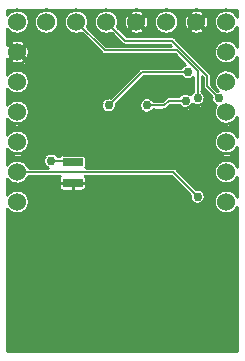
<source format=gbl>
*
*
G04 PADS 9.3 Build Number: 433611 generated Gerber (RS-274-X) file*
G04 PC Version=2.1*
*
%IN "GPS.pcb"*%
*
%MOIN*%
*
%FSDAX24Y24*%
*
*
*
*
G04 PC Standard Apertures*
*
*
G04 Thermal Relief Aperture macro.*
%AMTER*
1,1,$1,0,0*
1,0,$1-$2,0,0*
21,0,$3,$4,0,0,45*
21,0,$3,$4,0,0,135*
%
*
*
G04 Annular Aperture macro.*
%AMANN*
1,1,$1,0,0*
1,0,$2,0,0*
%
*
*
G04 Odd Aperture macro.*
%AMODD*
1,1,$1,0,0*
1,0,$1-0.005,0,0*
%
*
*
G04 PC Custom Aperture Macros*
*
*
*
*
*
*
G04 PC Aperture Table*
*
%ADD010C,0.001*%
%ADD013C,0.01*%
%ADD035C,0.06*%
%ADD036C,0.006*%
%ADD037C,0.03*%
%ADD038C,0.015*%
%ADD078R,0.06693X0.02953*%
*
*
*
*
G04 PC Circuitry*
G04 Layer Name GPS.pcb - circuitry*
%LPD*%
*
*
G04 PC Custom Flashes*
G04 Layer Name GPS.pcb - flashes*
%LPD*%
*
*
G04 PC Circuitry*
G04 Layer Name GPS.pcb - circuitry*
%LPD*%
*
G54D10*
G54D13*
G01X017890Y017357D02*
Y018005D01*
X017174Y018402D02*
G75*
G03X017890Y018005I000346J-000220D01*
G01X017026Y018695D02*
G03X017174Y018402I000254J-000055D01*
G01X017026Y018695D02*
X016781Y018941D01*
X016740Y019040D02*
G03X016781Y018941I000140J000000D01*
G01X016740Y019040D02*
Y019331D01*
X016700Y019371*
Y018859*
X016391Y018441D02*
G03X016700Y018859I000169J000199D01*
G01X015940Y018420D02*
G03X016391Y018441I000220J000140D01*
G01X015940Y018420D02*
X015658D01*
X015539Y018301*
X015440Y018260D02*
G03X015539Y018301I000000J000140D01*
G01X015440Y018260D02*
X015099D01*
Y018540D02*
G03Y018260I-000219J-000140D01*
G01Y018540D02*
X015382D01*
X015501Y018659*
X015600Y018700D02*
G03X015501Y018659I000000J-000140D01*
G01X015600Y018700D02*
X015940D01*
X016328Y018758D02*
G03X015940Y018700I-000168J-000198D01*
G01X016420Y018859D02*
G03X016328Y018758I000140J-000219D01*
G01X016420Y018859D02*
Y019332D01*
X016020Y019380D02*
G03X016420Y019332I000220J000140D01*
G01X016020Y019380D02*
X014778D01*
X013853Y018455*
X013655Y018653D02*
G03X013853Y018455I-000055J-000253D01*
G01X013655Y018653D02*
X014621Y019619D01*
X014720Y019660D02*
G03X014621Y019619I000000J-000140D01*
G01X014720Y019660D02*
X016020D01*
X016141Y019760D02*
G03X016020Y019660I000099J-000240D01*
G01X016141Y019760D02*
X015801Y020100D01*
X013461*
X013362Y020141D02*
G03X013461Y020100I000099J000099D01*
G01X013362Y020141D02*
X012693Y020809D01*
X012511Y021591D02*
G03X012693Y020809I000009J-000409D01*
G01X012511Y021591D02*
X011528D01*
X011511D02*
G03X011528I000009J-000409D01*
G01X011511D02*
X010559D01*
X010220Y020939D02*
G03X010559Y021591I000331J000242D01*
G01X010220Y020939D02*
Y020422D01*
Y019939D02*
G03Y020422I000331J000242D01*
G01Y019939D02*
Y019422D01*
Y018939D02*
G03Y019422I000331J000242D01*
G01Y018939D02*
Y018422D01*
Y017939D02*
G03Y018422I000331J000242D01*
G01Y017939D02*
Y017422D01*
Y016939D02*
G03Y017422I000331J000242D01*
G01Y016939D02*
Y016422D01*
X010936Y016321D02*
G03X010220Y016422I-000384J-000139D01*
G01X010936Y016321D02*
X011577D01*
X011899Y016700D02*
G03X011577Y016321I-000219J-000140D01*
G01X011899Y016700D02*
X011966D01*
X012065Y016762D02*
G03X011966Y016700I000000J-000109D01*
G01X012065Y016762D02*
X012734D01*
X012844Y016652D02*
G03X012734Y016762I-000109J000000D01*
G01X012844Y016652D02*
Y016356D01*
X012838Y016321D02*
G03X012844Y016356I-000103J000035D01*
G01X012838Y016321D02*
X015738D01*
X015837Y016280D02*
G03X015738Y016321I-000098J-000098D01*
G01X015837Y016280D02*
X016504Y015613D01*
X016306Y015415D02*
G03X016504Y015613I000254J-000055D01*
G01X016306Y015415D02*
X015680Y016041D01*
X015680D02*
X012812D01*
X012844Y015963D02*
G03X012812Y016041I-000109J000000D01*
G01X012844Y015963D02*
Y015667D01*
X012734Y015557D02*
G03X012844Y015667I000000J000110D01*
G01X012734Y015557D02*
X012065D01*
X011955Y015667D02*
G03X012065Y015557I000110J000000D01*
G01X011955Y015667D02*
Y015963D01*
X011987Y016041D02*
G03X011955Y015963I000078J-000077D01*
G01X011987Y016041D02*
X010936D01*
X010220Y015939D02*
G03X010936Y016041I000331J000242D01*
G01X010220Y015939D02*
Y015422D01*
Y014939D02*
G03Y015422I000331J000242D01*
G01Y014939D02*
Y010220D01*
X017890*
Y015005*
Y015357D02*
G03Y015005I-000370J-000175D01*
G01Y015357D02*
Y016005D01*
Y016357D02*
G03Y016005I-000370J-000175D01*
G01Y016357D02*
Y017005D01*
Y017357D02*
G03Y017005I-000370J-000175D01*
G01Y020357D02*
Y021005D01*
X017511Y021591D02*
G03X017890Y021005I000009J-000409D01*
G01X017511Y021591D02*
X016528D01*
X016511D02*
G03X016528I000009J-000409D01*
G01X016511D02*
X015528D01*
X015511D02*
G03X015528I000009J-000409D01*
G01X015511D02*
X014528D01*
X014511D02*
G03X014528I000009J-000409D01*
G01X014511D02*
X013528D01*
X013891Y021007D02*
G03X013528Y021591I-000371J000174D01*
G01X013891Y021007D02*
X014199Y020700D01*
X015709*
X015808Y020659D02*
G03X015709Y020700I-000098J-000099D01*
G01X015808Y020659D02*
X016979Y019488D01*
X017020Y019389D02*
G03X016979Y019488I-000140J000000D01*
G01X017020Y019389D02*
Y019098D01*
X017224Y018893*
X017226Y018894D02*
X017224Y018893D01*
X017890Y019357D02*
G03X017226Y018894I-000370J-000175D01*
G01X017890Y019357D02*
Y020005D01*
Y020357D02*
G03Y020005I-000370J-000175D01*
G01Y021357D02*
Y021591D01*
X017528*
X017890Y021357D02*
G03X017528Y021591I-000370J-000175D01*
G01X010543D02*
G03X010220Y021422I000008J-000409D01*
G01X010543Y021591D02*
X010220D01*
Y021422*
X013519Y020380D02*
X015691D01*
X015651Y020420*
X014141*
X014042Y020461D02*
G03X014141Y020420I000099J000099D01*
G01X014042Y020461D02*
X013693Y020809D01*
X013511Y021591D02*
G03X013693Y020809I000009J-000409D01*
G01X013511Y021591D02*
X012528D01*
X012891Y021007D02*
G03X012528Y021591I-000371J000174D01*
G01X012891Y021007D02*
X013519Y020380D01*
X013509Y020389D02*
X015681D01*
X013419Y020479D02*
X014023D01*
X013329Y020569D02*
X013933D01*
X013239Y020659D02*
X013843D01*
X013149Y020749D02*
X013753D01*
X012677Y021559D02*
X013363D01*
X013059Y020839D02*
X013292D01*
X012811Y021469D02*
X013228D01*
X012969Y020929D02*
X013196D01*
X012878Y021379D02*
X013161D01*
X012897Y021019D02*
X013143D01*
X012915Y021289D02*
X013124D01*
X012923Y021109D02*
X013116D01*
X012929Y021199D02*
X013110D01*
X010220Y021559D02*
X010394D01*
X010220Y021469D02*
X010260D01*
X017677Y021559D02*
X017890D01*
X017811Y021469D02*
X017890D01*
X017878Y021379D02*
X017890D01*
X017844Y020929D02*
X017890D01*
X017747Y020839D02*
X017890D01*
X014149Y020749D02*
X017890D01*
X015807Y020659D02*
X017890D01*
X017650Y020569D02*
X017890D01*
X017800Y020479D02*
X017890D01*
X017872Y020389D02*
X017890D01*
X017851Y019939D02*
X017890D01*
X017761Y019849D02*
X017890D01*
X016707Y019759D02*
X017890D01*
X016797Y019669D02*
X017890D01*
X017615Y019579D02*
X017890D01*
X017789Y019489D02*
X017890D01*
X017866Y019399D02*
X017890D01*
X016887Y019579D02*
X017424D01*
X015897Y020569D02*
X017389D01*
X016677Y021559D02*
X017363D01*
X016747Y020839D02*
X017292D01*
X016617Y019849D02*
X017278D01*
X016977Y019489D02*
X017250D01*
X015987Y020479D02*
X017239D01*
X016811Y021469D02*
X017228D01*
X016844Y020929D02*
X017196D01*
X016527Y019939D02*
X017188D01*
X017168Y018949D02*
X017181D01*
X017019Y019399D02*
X017173D01*
X016077Y020389D02*
X017167D01*
X016878Y021379D02*
X017161D01*
X016897Y021019D02*
X017143D01*
X016437Y020029D02*
X017138D01*
X017078Y019039D02*
X017135D01*
X017020Y019309D02*
X017130D01*
X016167Y020299D02*
X017127D01*
X016915Y021289D02*
X017124D01*
X016923Y021109D02*
X017116D01*
X016347Y020119D02*
X017114D01*
X017020Y019129D02*
X017113D01*
X017020Y019219D02*
X017111D01*
X016257Y020209D02*
X017111D01*
X016929Y021199D02*
X017110D01*
X015677Y021559D02*
X016363D01*
X015747Y020839D02*
X016292D01*
X015811Y021469D02*
X016228D01*
X015844Y020929D02*
X016196D01*
X015878Y021379D02*
X016161D01*
X015897Y021019D02*
X016143D01*
X015915Y021289D02*
X016124D01*
X015923Y021109D02*
X016116D01*
X015929Y021199D02*
X016110D01*
X014677Y021559D02*
X015363D01*
X014747Y020839D02*
X015292D01*
X014811Y021469D02*
X015228D01*
X014844Y020929D02*
X015196D01*
X014878Y021379D02*
X015161D01*
X014897Y021019D02*
X015143D01*
X014915Y021289D02*
X015124D01*
X014923Y021109D02*
X015116D01*
X014929Y021199D02*
X015110D01*
X013677Y021559D02*
X014363D01*
X014059Y020839D02*
X014292D01*
X013811Y021469D02*
X014228D01*
X013969Y020929D02*
X014196D01*
X013878Y021379D02*
X014161D01*
X013897Y021019D02*
X014143D01*
X013915Y021289D02*
X014124D01*
X013923Y021109D02*
X014116D01*
X013929Y021199D02*
X014110D01*
X017865Y017959D02*
X017890D01*
X017786Y017869D02*
X017890D01*
X017604Y017779D02*
X017890D01*
X010220Y017689D02*
X017890D01*
X010220Y017599D02*
X017890D01*
X017765Y017509D02*
X017890D01*
X017853Y017419D02*
X017890D01*
X017871Y016969D02*
X017890D01*
X017798Y016879D02*
X017890D01*
X017642Y016789D02*
X017890D01*
X012833Y016699D02*
X017890D01*
X012844Y016609D02*
X017890D01*
X017751Y016519D02*
X017890D01*
X017845Y016429D02*
X017890D01*
X017877Y015979D02*
X017890D01*
X017808Y015889D02*
X017890D01*
X017670Y015799D02*
X017890D01*
X016408Y015709D02*
X017890D01*
X016568Y015619D02*
X017890D01*
X017735Y015529D02*
X017890D01*
X017838Y015439D02*
X017890D01*
X017882Y014989D02*
X017890D01*
X017818Y014899D02*
X017890D01*
X017694Y014809D02*
X017890D01*
X010220Y014719D02*
X017890D01*
X010220Y014629D02*
X017890D01*
X010220Y014539D02*
X017890D01*
X010220Y014449D02*
X017890D01*
X010220Y014359D02*
X017890D01*
X010220Y014269D02*
X017890D01*
X010220Y014179D02*
X017890D01*
X010220Y014089D02*
X017890D01*
X010220Y013999D02*
X017890D01*
X010220Y013909D02*
X017890D01*
X010220Y013819D02*
X017890D01*
X010220Y013729D02*
X017890D01*
X010220Y013639D02*
X017890D01*
X010220Y013549D02*
X017890D01*
X010220Y013459D02*
X017890D01*
X010220Y013369D02*
X017890D01*
X010220Y013279D02*
X017890D01*
X010220Y013189D02*
X017890D01*
X010220Y013099D02*
X017890D01*
X010220Y013009D02*
X017890D01*
X010220Y012919D02*
X017890D01*
X010220Y012829D02*
X017890D01*
X010220Y012739D02*
X017890D01*
X010220Y012649D02*
X017890D01*
X010220Y012559D02*
X017890D01*
X010220Y012469D02*
X017890D01*
X010220Y012379D02*
X017890D01*
X010220Y012289D02*
X017890D01*
X010220Y012199D02*
X017890D01*
X010220Y012109D02*
X017890D01*
X010220Y012019D02*
X017890D01*
X010220Y011929D02*
X017890D01*
X010220Y011839D02*
X017890D01*
X010220Y011749D02*
X017890D01*
X010220Y011659D02*
X017890D01*
X010220Y011569D02*
X017890D01*
X010220Y011479D02*
X017890D01*
X010220Y011389D02*
X017890D01*
X010220Y011299D02*
X017890D01*
X010220Y011209D02*
X017890D01*
X010220Y011119D02*
X017890D01*
X010220Y011029D02*
X017890D01*
X010220Y010939D02*
X017890D01*
X010220Y010849D02*
X017890D01*
X010220Y010759D02*
X017890D01*
X010220Y010669D02*
X017890D01*
X010220Y010579D02*
X017890D01*
X010220Y010489D02*
X017890D01*
X010220Y010399D02*
X017890D01*
X010220Y010309D02*
X017890D01*
X010635Y017779D02*
X017435D01*
X011801Y016789D02*
X017397D01*
X016318Y015799D02*
X017369D01*
X010725Y014809D02*
X017346D01*
X016756Y015529D02*
X017304D01*
X012844Y016519D02*
X017289D01*
X010796Y017509D02*
X017275D01*
X010818Y017869D02*
X017253D01*
X010829Y016879D02*
X017241D01*
X016228Y015889D02*
X017231D01*
X010849Y014899D02*
X017221D01*
X016807Y015439D02*
X017202D01*
X012844Y016429D02*
X017194D01*
X010884Y017419D02*
X017186D01*
X010896Y017959D02*
X017174D01*
X010902Y016969D02*
X017168D01*
X016138Y015979D02*
X017162D01*
X016681Y018409D02*
X017159D01*
X010913Y014989D02*
X017157D01*
X016819Y015349D02*
X017146D01*
X012843Y016339D02*
X017142D01*
X010933Y017329D02*
X017137D01*
X016259Y018319D02*
X017134D01*
X010939Y018049D02*
X017131D01*
X010942Y017059D02*
X017128D01*
X016048Y016069D02*
X017125D01*
X010948Y015079D02*
X017122D01*
X016799Y015259D02*
X017117D01*
X015868Y016249D02*
X017115D01*
X010956Y017239D02*
X017114D01*
X015076Y018229D02*
X017112D01*
X010959Y018139D02*
X017112D01*
X010960Y017149D02*
X017111D01*
X015958Y016159D02*
X017110D01*
X016737Y015169D02*
X017110D01*
X016779Y018499D02*
X017061D01*
X016815Y018589D02*
X017024D01*
X016816Y018679D02*
X017023D01*
X016785Y018769D02*
X016952D01*
X016700Y018859D02*
X016862D01*
X016700Y018949D02*
X016772D01*
X016700Y019309D02*
X016740D01*
X016700Y019219D02*
X016740D01*
X016700Y019129D02*
X016740D01*
X016700Y019039D02*
X016740D01*
X016498Y015619D02*
X016551D01*
X016372Y018409D02*
X016439D01*
X016393Y019309D02*
X016420D01*
X014617Y019219D02*
X016420D01*
X014527Y019129D02*
X016420D01*
X014437Y019039D02*
X016420D01*
X014347Y018949D02*
X016420D01*
X014257Y018859D02*
X016420D01*
X010961Y015169D02*
X016382D01*
X016313Y018769D02*
X016334D01*
X010953Y015259D02*
X016320D01*
X010924Y015349D02*
X016300D01*
X010869Y015439D02*
X016282D01*
X010766Y015529D02*
X016192D01*
X010220Y019759D02*
X016139D01*
X012833Y015619D02*
X016102D01*
X014707Y019309D02*
X016086D01*
X015557Y018319D02*
X016060D01*
X010792Y019849D02*
X016051D01*
X010220Y019669D02*
X016027D01*
X012844Y015709D02*
X016012D01*
X014167Y018769D02*
X016006D01*
X010882Y019939D02*
X015961D01*
X015647Y018409D02*
X015947D01*
X012844Y015799D02*
X015922D01*
X010932Y020029D02*
X015871D01*
X012844Y015889D02*
X015832D01*
X012843Y015979D02*
X015742D01*
X014077Y018679D02*
X015527D01*
X015057Y018589D02*
X015431D01*
X013987D02*
X014702D01*
X013796Y018229D02*
X014683D01*
X013897Y018499D02*
X014639D01*
X013847Y018319D02*
X014632D01*
X013859Y018409D02*
X014620D01*
X010646Y019579D02*
X014581D01*
X010820Y019489D02*
X014491D01*
X010897Y019399D02*
X014401D01*
X010940Y019309D02*
X014311D01*
X010959Y019219D02*
X014221D01*
X010958Y019129D02*
X014131D01*
X010936Y019039D02*
X014041D01*
X010889Y018949D02*
X013951D01*
X010806Y018859D02*
X013861D01*
X010220Y018769D02*
X013771D01*
X010220Y018679D02*
X013681D01*
X010583Y018589D02*
X013422D01*
X010958Y018229D02*
X013403D01*
X010956Y020119D02*
X013389D01*
X010809Y018499D02*
X013359D01*
X010937Y018319D02*
X013352D01*
X010891Y018409D02*
X013340D01*
X010960Y020209D02*
X013293D01*
X010943Y020299D02*
X013203D01*
X010904Y020389D02*
X013113D01*
X010832Y020479D02*
X013023D01*
X010681Y020569D02*
X012933D01*
X010220Y020659D02*
X012843D01*
X010220Y020749D02*
X012753D01*
X011677Y021559D02*
X012363D01*
X011747Y020839D02*
X012292D01*
X011811Y021469D02*
X012228D01*
X011844Y020929D02*
X012196D01*
X011878Y021379D02*
X012161D01*
X011897Y021019D02*
X012143D01*
X011915Y021289D02*
X012124D01*
X011923Y021109D02*
X012116D01*
X011929Y021199D02*
X012110D01*
X010220Y015619D02*
X011966D01*
X010908Y015979D02*
X011956D01*
X010839Y015889D02*
X011955D01*
X010702Y015799D02*
X011955D01*
X010220Y015709D02*
X011955D01*
X010673Y016789D02*
X011558D01*
X010929Y016339D02*
X011541D01*
X010220Y016699D02*
X011460D01*
X010877Y016429D02*
X011454D01*
X010220Y016609D02*
X011424D01*
X010782Y016519D02*
X011423D01*
X010708Y021559D02*
X011363D01*
X010778Y020839D02*
X011292D01*
X010842Y021469D02*
X011228D01*
X010875Y020929D02*
X011196D01*
X010909Y021379D02*
X011161D01*
X010928Y021019D02*
X011143D01*
X010946Y021289D02*
X011124D01*
X010954Y021109D02*
X011116D01*
X010960Y021199D02*
X011110D01*
X010220Y018589D02*
X010519D01*
X010220Y017779D02*
X010466D01*
X010220Y019579D02*
X010455D01*
X010220Y016789D02*
X010428D01*
X010220Y020569D02*
X010420D01*
X010220Y015799D02*
X010400D01*
X010220Y014809D02*
X010377D01*
X010220Y015529D02*
X010335D01*
X010220Y020839D02*
X010323D01*
X010220Y016519D02*
X010320D01*
X010220Y019849D02*
X010309D01*
X010220Y017509D02*
X010306D01*
X010220Y018859D02*
X010296D01*
X010220Y018499D02*
X010293D01*
X010220Y017869D02*
X010284D01*
X010220Y019489D02*
X010281D01*
X010220Y016879D02*
X010273D01*
X010220Y020479D02*
X010270D01*
X010220Y015889D02*
X010262D01*
X010220Y014899D02*
X010252D01*
X010220Y015439D02*
X010233D01*
X010220Y020929D02*
X010227D01*
X010220Y016429D02*
X010225D01*
X012844Y015815D02*
X012734D01*
X012400Y015557D02*
Y015667D01*
X011955Y015815D02*
X012065D01*
G54D35*
X011520Y021181D03*
X012520D03*
X013520D03*
X014520D03*
X015520D03*
X016520D03*
X010551D03*
Y020181D03*
Y019181D03*
Y018181D03*
Y017181D03*
Y016181D03*
Y015181D03*
X017520Y021181D03*
Y020181D03*
Y019181D03*
Y018181D03*
Y017181D03*
Y016181D03*
Y015181D03*
G54D36*
X016560Y015360D02*
X015738Y016181D01*
X015738D02*
X010551D01*
X012400Y016504D02*
Y016560D01*
X011680*
X013600Y018400D02*
X014720Y019520D01*
X016240*
X014880Y018400D02*
X015440D01*
X015600Y018560*
X016160*
X016560Y018640D02*
Y019539D01*
X015859Y020240*
X013461*
X012520Y021181*
X017280Y018640D02*
X016880Y019040D01*
Y019389*
X015709Y020560*
X014141*
X013520Y021181*
G54D37*
X011353Y010407D03*
X012353D03*
X013353D03*
X016861D03*
X010407Y010731D03*
X015360Y010960D03*
X016080Y011600D03*
X017703Y010946D03*
X010407Y011731D03*
X012240Y012480D03*
X011520Y011680D03*
X012880D03*
X013600Y012480D03*
X017703Y011946D03*
X010480Y012800D03*
X011040Y013360D03*
X012240Y013520D03*
X013600D03*
X014880D03*
X015760D03*
X016720D03*
X017703Y012946D03*
X010480Y013920D03*
X016560Y014560D03*
X017703Y013946D03*
X016560Y015360D03*
X011680Y016560D03*
X017760Y015680D03*
X010880Y016720D03*
X017760D03*
X013600Y018400D03*
X014880D03*
X010720Y017680D03*
X011440Y018640D03*
X012000Y021440D03*
X016000Y021360D03*
X015040D03*
X014000D03*
X013040D03*
X011520Y019680D03*
X014240Y018400D03*
X011200Y017920D03*
X017760Y019680D03*
Y020640D03*
X016240Y019520D03*
X016560Y018640D03*
X016160Y018560D03*
X017280Y018640D03*
X017040Y021360D03*
X017760Y017680D03*
G54D38*
X014809Y021471D02*
X014732Y021393D01*
X014230Y021471D02*
X014307Y021393D01*
X014230Y020891D02*
X014307Y020969D01*
X014809Y020891D02*
X014732Y020969D01*
X010841Y019891D02*
X010763Y019969D01*
X010841Y020471D02*
X010763Y020393D01*
X010261Y020471D02*
X010339Y020393D01*
X010261Y019891D02*
X010339Y019969D01*
X016809Y021471D02*
X016732Y021393D01*
X016230Y021471D02*
X016307Y021393D01*
X016230Y020891D02*
X016307Y020969D01*
X016809Y020891D02*
X016732Y020969D01*
G54D78*
X012400Y015815D03*
Y016504D03*
G74*
X000000Y000000D02*
M02*

</source>
